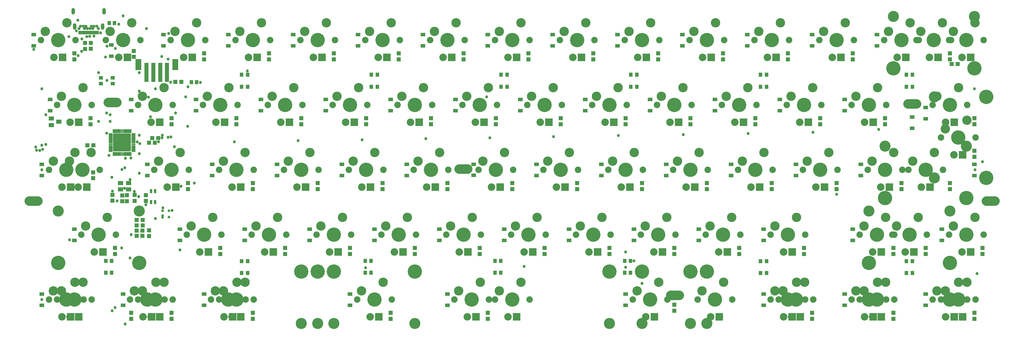
<source format=gbr>
G04 EAGLE Gerber RS-274X export*
G75*
%MOMM*%
%FSLAX34Y34*%
%LPD*%
%INSoldermask Bottom*%
%IPPOS*%
%AMOC8*
5,1,8,0,0,1.08239X$1,22.5*%
G01*
%ADD10C,4.203200*%
%ADD11C,1.903200*%
%ADD12C,2.743200*%
%ADD13C,2.203200*%
%ADD14R,2.203200X2.203200*%
%ADD15C,3.253200*%
%ADD16R,1.423200X1.113200*%
%ADD17R,1.283200X1.253200*%
%ADD18R,1.253200X1.283200*%
%ADD19C,0.686816*%
%ADD20C,0.276759*%
%ADD21R,1.503200X1.253200*%
%ADD22R,0.753200X1.153200*%
%ADD23R,1.103200X1.173400*%
%ADD24R,1.135800X1.173400*%
%ADD25R,1.203200X1.203200*%
%ADD26R,0.803200X1.203200*%
%ADD27R,0.803200X0.803200*%
%ADD28R,1.203200X1.053200*%
%ADD29R,1.053200X1.203200*%
%ADD30R,0.503200X1.103200*%
%ADD31C,0.908000*%
%ADD32C,0.853200*%
%ADD33C,1.053200*%
%ADD34R,1.203200X5.703200*%
%ADD35R,1.803200X3.203200*%
%ADD36R,1.603200X1.203200*%
%ADD37C,2.755900*%
%ADD38C,0.858000*%


D10*
X190500Y952500D03*
D11*
X139700Y952500D03*
X241300Y952500D03*
D12*
X152400Y977900D03*
X215900Y1003300D03*
D13*
X177800Y901700D03*
D14*
X203200Y901700D03*
D10*
X381000Y952500D03*
D11*
X330200Y952500D03*
X431800Y952500D03*
D12*
X342900Y977900D03*
X406400Y1003300D03*
D13*
X368300Y901700D03*
D14*
X393700Y901700D03*
D10*
X571500Y952500D03*
D11*
X520700Y952500D03*
X622300Y952500D03*
D12*
X533400Y977900D03*
X596900Y1003300D03*
D13*
X558800Y901700D03*
D14*
X584200Y901700D03*
D10*
X762000Y952500D03*
D11*
X711200Y952500D03*
X812800Y952500D03*
D12*
X723900Y977900D03*
X787400Y1003300D03*
D13*
X749300Y901700D03*
D14*
X774700Y901700D03*
D10*
X952500Y952500D03*
D11*
X901700Y952500D03*
X1003300Y952500D03*
D12*
X914400Y977900D03*
X977900Y1003300D03*
D13*
X939800Y901700D03*
D14*
X965200Y901700D03*
D10*
X1143000Y952500D03*
D11*
X1092200Y952500D03*
X1193800Y952500D03*
D12*
X1104900Y977900D03*
X1168400Y1003300D03*
D13*
X1130300Y901700D03*
D14*
X1155700Y901700D03*
D10*
X1333500Y952500D03*
D11*
X1282700Y952500D03*
X1384300Y952500D03*
D12*
X1295400Y977900D03*
X1358900Y1003300D03*
D13*
X1320800Y901700D03*
D14*
X1346200Y901700D03*
D10*
X1524000Y952500D03*
D11*
X1473200Y952500D03*
X1574800Y952500D03*
D12*
X1485900Y977900D03*
X1549400Y1003300D03*
D13*
X1511300Y901700D03*
D14*
X1536700Y901700D03*
D10*
X1714500Y952500D03*
D11*
X1663700Y952500D03*
X1765300Y952500D03*
D12*
X1676400Y977900D03*
X1739900Y1003300D03*
D13*
X1701800Y901700D03*
D14*
X1727200Y901700D03*
D10*
X1905000Y952500D03*
D11*
X1854200Y952500D03*
X1955800Y952500D03*
D12*
X1866900Y977900D03*
X1930400Y1003300D03*
D13*
X1892300Y901700D03*
D14*
X1917700Y901700D03*
D10*
X2095500Y952500D03*
D11*
X2044700Y952500D03*
X2146300Y952500D03*
D12*
X2057400Y977900D03*
X2120900Y1003300D03*
D13*
X2082800Y901700D03*
D14*
X2108200Y901700D03*
D10*
X2286000Y952500D03*
D11*
X2235200Y952500D03*
X2336800Y952500D03*
D12*
X2247900Y977900D03*
X2311400Y1003300D03*
D13*
X2273300Y901700D03*
D14*
X2298700Y901700D03*
D10*
X2476500Y952500D03*
D11*
X2425700Y952500D03*
X2527300Y952500D03*
D12*
X2438400Y977900D03*
X2501900Y1003300D03*
D13*
X2463800Y901700D03*
D14*
X2489200Y901700D03*
D10*
X238125Y762000D03*
D11*
X187325Y762000D03*
X288925Y762000D03*
D12*
X200025Y787400D03*
X263525Y812800D03*
D13*
X225425Y711200D03*
D14*
X250825Y711200D03*
D10*
X476250Y762000D03*
D11*
X425450Y762000D03*
X527050Y762000D03*
D12*
X438150Y787400D03*
X501650Y812800D03*
D13*
X463550Y711200D03*
D14*
X488950Y711200D03*
D10*
X666750Y762000D03*
D11*
X615950Y762000D03*
X717550Y762000D03*
D12*
X628650Y787400D03*
X692150Y812800D03*
D13*
X654050Y711200D03*
D14*
X679450Y711200D03*
D10*
X857250Y762000D03*
D11*
X806450Y762000D03*
X908050Y762000D03*
D12*
X819150Y787400D03*
X882650Y812800D03*
D13*
X844550Y711200D03*
D14*
X869950Y711200D03*
D10*
X1047750Y762000D03*
D11*
X996950Y762000D03*
X1098550Y762000D03*
D12*
X1009650Y787400D03*
X1073150Y812800D03*
D13*
X1035050Y711200D03*
D14*
X1060450Y711200D03*
D10*
X1238250Y762000D03*
D11*
X1187450Y762000D03*
X1289050Y762000D03*
D12*
X1200150Y787400D03*
X1263650Y812800D03*
D13*
X1225550Y711200D03*
D14*
X1250950Y711200D03*
D10*
X1428750Y762000D03*
D11*
X1377950Y762000D03*
X1479550Y762000D03*
D12*
X1390650Y787400D03*
X1454150Y812800D03*
D13*
X1416050Y711200D03*
D14*
X1441450Y711200D03*
D10*
X1619250Y762000D03*
D11*
X1568450Y762000D03*
X1670050Y762000D03*
D12*
X1581150Y787400D03*
X1644650Y812800D03*
D13*
X1606550Y711200D03*
D14*
X1631950Y711200D03*
D10*
X1809750Y762000D03*
D11*
X1758950Y762000D03*
X1860550Y762000D03*
D12*
X1771650Y787400D03*
X1835150Y812800D03*
D13*
X1797050Y711200D03*
D14*
X1822450Y711200D03*
D10*
X2000250Y762000D03*
D11*
X1949450Y762000D03*
X2051050Y762000D03*
D12*
X1962150Y787400D03*
X2025650Y812800D03*
D13*
X1987550Y711200D03*
D14*
X2012950Y711200D03*
D10*
X2190750Y762000D03*
D11*
X2139950Y762000D03*
X2241550Y762000D03*
D12*
X2152650Y787400D03*
X2216150Y812800D03*
D13*
X2178050Y711200D03*
D14*
X2203450Y711200D03*
D10*
X2381250Y762000D03*
D11*
X2330450Y762000D03*
X2432050Y762000D03*
D12*
X2343150Y787400D03*
X2406650Y812800D03*
D13*
X2368550Y711200D03*
D14*
X2393950Y711200D03*
D10*
X2571750Y762000D03*
D11*
X2520950Y762000D03*
X2622550Y762000D03*
D12*
X2533650Y787400D03*
X2597150Y812800D03*
D13*
X2559050Y711200D03*
D14*
X2584450Y711200D03*
D10*
X2809875Y762000D03*
D11*
X2759075Y762000D03*
X2860675Y762000D03*
D12*
X2771775Y787400D03*
X2835275Y812800D03*
D13*
X2797175Y711200D03*
D14*
X2822575Y711200D03*
D10*
X261938Y571500D03*
D11*
X211138Y571500D03*
X312738Y571500D03*
D12*
X223838Y596900D03*
X287338Y622300D03*
D13*
X249238Y520700D03*
D14*
X274638Y520700D03*
D10*
X523875Y571500D03*
D11*
X473075Y571500D03*
X574675Y571500D03*
D12*
X485775Y596900D03*
X549275Y622300D03*
D13*
X511175Y520700D03*
D14*
X536575Y520700D03*
D10*
X714375Y571500D03*
D11*
X663575Y571500D03*
X765175Y571500D03*
D12*
X676275Y596900D03*
X739775Y622300D03*
D13*
X701675Y520700D03*
D14*
X727075Y520700D03*
D10*
X904875Y571500D03*
D11*
X854075Y571500D03*
X955675Y571500D03*
D12*
X866775Y596900D03*
X930275Y622300D03*
D13*
X892175Y520700D03*
D14*
X917575Y520700D03*
D10*
X1095375Y571500D03*
D11*
X1044575Y571500D03*
X1146175Y571500D03*
D12*
X1057275Y596900D03*
X1120775Y622300D03*
D13*
X1082675Y520700D03*
D14*
X1108075Y520700D03*
D10*
X1285875Y571500D03*
D11*
X1235075Y571500D03*
X1336675Y571500D03*
D12*
X1247775Y596900D03*
X1311275Y622300D03*
D13*
X1273175Y520700D03*
D14*
X1298575Y520700D03*
D10*
X1476375Y571500D03*
D11*
X1425575Y571500D03*
X1527175Y571500D03*
D12*
X1438275Y596900D03*
X1501775Y622300D03*
D13*
X1463675Y520700D03*
D14*
X1489075Y520700D03*
D10*
X1666875Y571500D03*
D11*
X1616075Y571500D03*
X1717675Y571500D03*
D12*
X1628775Y596900D03*
X1692275Y622300D03*
D13*
X1654175Y520700D03*
D14*
X1679575Y520700D03*
D10*
X1857375Y571500D03*
D11*
X1806575Y571500D03*
X1908175Y571500D03*
D12*
X1819275Y596900D03*
X1882775Y622300D03*
D13*
X1844675Y520700D03*
D14*
X1870075Y520700D03*
D10*
X2047875Y571500D03*
D11*
X1997075Y571500D03*
X2098675Y571500D03*
D12*
X2009775Y596900D03*
X2073275Y622300D03*
D13*
X2035175Y520700D03*
D14*
X2060575Y520700D03*
D10*
X2238375Y571500D03*
D11*
X2187575Y571500D03*
X2289175Y571500D03*
D12*
X2200275Y596900D03*
X2263775Y622300D03*
D13*
X2225675Y520700D03*
D14*
X2251075Y520700D03*
D10*
X2428875Y571500D03*
D11*
X2378075Y571500D03*
X2479675Y571500D03*
D12*
X2390775Y596900D03*
X2454275Y622300D03*
D13*
X2416175Y520700D03*
D14*
X2441575Y520700D03*
D10*
X619125Y381000D03*
D11*
X568325Y381000D03*
X669925Y381000D03*
D12*
X581025Y406400D03*
X644525Y431800D03*
D13*
X606425Y330200D03*
D14*
X631825Y330200D03*
D10*
X809625Y381000D03*
D11*
X758825Y381000D03*
X860425Y381000D03*
D12*
X771525Y406400D03*
X835025Y431800D03*
D13*
X796925Y330200D03*
D14*
X822325Y330200D03*
D10*
X1000125Y381000D03*
D11*
X949325Y381000D03*
X1050925Y381000D03*
D12*
X962025Y406400D03*
X1025525Y431800D03*
D13*
X987425Y330200D03*
D14*
X1012825Y330200D03*
D10*
X1190625Y381000D03*
D11*
X1139825Y381000D03*
X1241425Y381000D03*
D12*
X1152525Y406400D03*
X1216025Y431800D03*
D13*
X1177925Y330200D03*
D14*
X1203325Y330200D03*
D10*
X1381125Y381000D03*
D11*
X1330325Y381000D03*
X1431925Y381000D03*
D12*
X1343025Y406400D03*
X1406525Y431800D03*
D13*
X1368425Y330200D03*
D14*
X1393825Y330200D03*
D10*
X1571625Y381000D03*
D11*
X1520825Y381000D03*
X1622425Y381000D03*
D12*
X1533525Y406400D03*
X1597025Y431800D03*
D13*
X1558925Y330200D03*
D14*
X1584325Y330200D03*
D10*
X1762125Y381000D03*
D11*
X1711325Y381000D03*
X1812925Y381000D03*
D12*
X1724025Y406400D03*
X1787525Y431800D03*
D13*
X1749425Y330200D03*
D14*
X1774825Y330200D03*
D10*
X1952625Y381000D03*
D11*
X1901825Y381000D03*
X2003425Y381000D03*
D12*
X1914525Y406400D03*
X1978025Y431800D03*
D13*
X1939925Y330200D03*
D14*
X1965325Y330200D03*
D10*
X2143125Y381000D03*
D11*
X2092325Y381000D03*
X2193925Y381000D03*
D12*
X2105025Y406400D03*
X2168525Y431800D03*
D13*
X2130425Y330200D03*
D14*
X2155825Y330200D03*
D10*
X2333625Y381000D03*
D11*
X2282825Y381000D03*
X2384425Y381000D03*
D12*
X2295525Y406400D03*
X2359025Y431800D03*
D13*
X2320925Y330200D03*
D14*
X2346325Y330200D03*
D10*
X2595563Y381000D03*
D11*
X2544763Y381000D03*
X2646363Y381000D03*
D12*
X2557463Y406400D03*
X2620963Y431800D03*
D13*
X2582863Y330200D03*
D14*
X2608263Y330200D03*
D10*
X214313Y190500D03*
D11*
X163513Y190500D03*
X265113Y190500D03*
D12*
X176213Y215900D03*
X239713Y241300D03*
D13*
X201613Y139700D03*
D14*
X227013Y139700D03*
D10*
X452438Y190500D03*
D11*
X401638Y190500D03*
X503238Y190500D03*
D12*
X414338Y215900D03*
X477838Y241300D03*
D13*
X439738Y139700D03*
D14*
X465138Y139700D03*
D10*
X714375Y190500D03*
D11*
X663575Y190500D03*
X765175Y190500D03*
D12*
X676275Y215900D03*
X739775Y241300D03*
D13*
X701675Y139700D03*
D14*
X727075Y139700D03*
D10*
X2119313Y190500D03*
D11*
X2068513Y190500D03*
X2170113Y190500D03*
D12*
X2081213Y215900D03*
X2144713Y241300D03*
D13*
X2106613Y139700D03*
D14*
X2132013Y139700D03*
D10*
X2333625Y190500D03*
D11*
X2282825Y190500D03*
X2384425Y190500D03*
D12*
X2295525Y215900D03*
X2359025Y241300D03*
D13*
X2320925Y139700D03*
D14*
X2346325Y139700D03*
D10*
X2595563Y190500D03*
D11*
X2544763Y190500D03*
X2646363Y190500D03*
D12*
X2557463Y215900D03*
X2620963Y241300D03*
D13*
X2582863Y139700D03*
D14*
X2608263Y139700D03*
D10*
X2833688Y190500D03*
D11*
X2782888Y190500D03*
X2884488Y190500D03*
D12*
X2795588Y215900D03*
X2859088Y241300D03*
D13*
X2820988Y139700D03*
D14*
X2846388Y139700D03*
D10*
X214313Y571500D03*
D11*
X163513Y571500D03*
X265113Y571500D03*
D12*
X176213Y596900D03*
X239713Y622300D03*
D13*
X201613Y520700D03*
D14*
X227013Y520700D03*
D10*
X2619375Y571500D03*
D11*
X2568575Y571500D03*
X2670175Y571500D03*
D12*
X2581275Y596900D03*
X2644775Y622300D03*
D13*
X2606675Y520700D03*
D14*
X2632075Y520700D03*
D10*
X2857500Y952500D03*
D11*
X2806700Y952500D03*
X2908300Y952500D03*
D12*
X2819400Y977900D03*
X2882900Y1003300D03*
D13*
X2844800Y901700D03*
D14*
X2870200Y901700D03*
D10*
X238125Y190500D03*
D11*
X187325Y190500D03*
X288925Y190500D03*
D12*
X200025Y215900D03*
X263525Y241300D03*
D13*
X225425Y139700D03*
D14*
X250825Y139700D03*
D10*
X476250Y190500D03*
D11*
X425450Y190500D03*
X527050Y190500D03*
D12*
X438150Y215900D03*
X501650Y241300D03*
D13*
X463550Y139700D03*
D14*
X488950Y139700D03*
D10*
X690563Y190500D03*
D11*
X639763Y190500D03*
X741363Y190500D03*
D12*
X652463Y215900D03*
X715963Y241300D03*
D13*
X677863Y139700D03*
D14*
X703263Y139700D03*
D10*
X2357438Y190500D03*
D11*
X2306638Y190500D03*
X2408238Y190500D03*
D12*
X2319338Y215900D03*
X2382838Y241300D03*
D13*
X2344738Y139700D03*
D14*
X2370138Y139700D03*
D10*
X2571750Y190500D03*
D11*
X2520950Y190500D03*
X2622550Y190500D03*
D12*
X2533650Y215900D03*
X2597150Y241300D03*
D13*
X2559050Y139700D03*
D14*
X2584450Y139700D03*
D10*
X2809875Y190500D03*
D11*
X2759075Y190500D03*
X2860675Y190500D03*
D12*
X2771775Y215900D03*
X2835275Y241300D03*
D13*
X2797175Y139700D03*
D14*
X2822575Y139700D03*
D10*
X2857500Y381000D03*
D11*
X2806700Y381000D03*
X2908300Y381000D03*
D12*
X2819400Y406400D03*
X2882900Y431800D03*
D13*
X2844800Y330200D03*
D14*
X2870200Y330200D03*
D10*
X309563Y381000D03*
D11*
X258763Y381000D03*
X360363Y381000D03*
D15*
X190563Y451000D03*
X428563Y451000D03*
D10*
X190563Y298600D03*
X428563Y298600D03*
D12*
X271463Y406400D03*
X334963Y431800D03*
D13*
X296863Y330200D03*
D14*
X322263Y330200D03*
D10*
X2690813Y381000D03*
D11*
X2640013Y381000D03*
X2741613Y381000D03*
D15*
X2571813Y451000D03*
X2809813Y451000D03*
D10*
X2571813Y298600D03*
X2809813Y298600D03*
D12*
X2652713Y406400D03*
X2716213Y431800D03*
D13*
X2678113Y330200D03*
D14*
X2703513Y330200D03*
D10*
X2762250Y952500D03*
D11*
X2711450Y952500D03*
X2813050Y952500D03*
D15*
X2643250Y1022500D03*
X2881250Y1022500D03*
D10*
X2643250Y870100D03*
X2881250Y870100D03*
D12*
X2724150Y977900D03*
X2787650Y1003300D03*
D13*
X2749550Y901700D03*
D14*
X2774950Y901700D03*
D10*
X2833688Y666750D03*
D11*
X2782888Y666750D03*
X2884488Y666750D03*
D15*
X2763688Y547750D03*
X2763688Y785750D03*
D10*
X2916088Y547750D03*
X2916088Y785750D03*
D12*
X2795588Y692150D03*
X2859088Y717550D03*
D13*
X2820988Y615950D03*
D14*
X2846388Y615950D03*
D10*
X1119188Y190500D03*
D11*
X1068388Y190500D03*
X1169988Y190500D03*
D15*
X1000188Y120500D03*
X1238188Y120500D03*
D10*
X1000188Y272900D03*
X1238188Y272900D03*
D12*
X1081088Y215900D03*
X1144588Y241300D03*
D13*
X1106488Y139700D03*
D14*
X1131888Y139700D03*
D10*
X1928813Y190500D03*
D11*
X1878013Y190500D03*
X1979613Y190500D03*
D15*
X1809813Y120500D03*
X2047813Y120500D03*
D10*
X1809813Y272900D03*
X2047813Y272900D03*
D12*
X1890713Y215900D03*
X1954213Y241300D03*
D13*
X1916113Y139700D03*
D14*
X1941513Y139700D03*
D10*
X1524000Y190500D03*
D11*
X1473200Y190500D03*
X1574800Y190500D03*
D15*
X952500Y120500D03*
X2095500Y120500D03*
D10*
X952500Y272900D03*
X2095500Y272900D03*
D12*
X1485900Y215900D03*
X1549400Y241300D03*
D13*
X1511300Y139700D03*
D14*
X1536700Y139700D03*
D10*
X2667000Y952500D03*
D11*
X2616200Y952500D03*
X2717800Y952500D03*
D12*
X2628900Y977900D03*
X2692400Y1003300D03*
D13*
X2654300Y901700D03*
D14*
X2679700Y901700D03*
D10*
X2738438Y571500D03*
D11*
X2687638Y571500D03*
X2789238Y571500D03*
D15*
X2619438Y641500D03*
X2857438Y641500D03*
D10*
X2619438Y489100D03*
X2857438Y489100D03*
D12*
X2700338Y596900D03*
X2763838Y622300D03*
D13*
X2725738Y520700D03*
D14*
X2751138Y520700D03*
D10*
X1404938Y190500D03*
D11*
X1354138Y190500D03*
X1455738Y190500D03*
D15*
X904938Y120500D03*
X1904938Y120500D03*
D10*
X904938Y272900D03*
X1904938Y272900D03*
D12*
X1366838Y215900D03*
X1430338Y241300D03*
D13*
X1392238Y139700D03*
D14*
X1417638Y139700D03*
D16*
X119063Y936150D03*
X119063Y968850D03*
X346147Y905570D03*
X346147Y938270D03*
X500063Y936150D03*
X500063Y968850D03*
X690563Y936150D03*
X690563Y968850D03*
X881063Y936150D03*
X881063Y968850D03*
X1071563Y936150D03*
X1071563Y968850D03*
X1262063Y936150D03*
X1262063Y968850D03*
X1452563Y936150D03*
X1452563Y968850D03*
X1643063Y936150D03*
X1643063Y968850D03*
X1833563Y936150D03*
X1833563Y968850D03*
X2024063Y936150D03*
X2024063Y968850D03*
X2214563Y936150D03*
X2214563Y968850D03*
X2405063Y936150D03*
X2405063Y968850D03*
X2595563Y936150D03*
X2595563Y968850D03*
X166688Y745650D03*
X166688Y778350D03*
X404813Y745650D03*
X404813Y778350D03*
X595313Y745650D03*
X595313Y778350D03*
X785813Y745650D03*
X785813Y778350D03*
X976313Y745650D03*
X976313Y778350D03*
X1166813Y745650D03*
X1166813Y778350D03*
X1357313Y745650D03*
X1357313Y778350D03*
X1547813Y745650D03*
X1547813Y778350D03*
X1738313Y745650D03*
X1738313Y778350D03*
X1928813Y745650D03*
X1928813Y778350D03*
X2119313Y745650D03*
X2119313Y778350D03*
X2309813Y745650D03*
X2309813Y778350D03*
X2500313Y745650D03*
X2500313Y778350D03*
X2738438Y721838D03*
X2738438Y754538D03*
X2698665Y726439D03*
X2698665Y693739D03*
X452438Y555150D03*
X452438Y587850D03*
X642938Y555150D03*
X642938Y587850D03*
X833438Y555150D03*
X833438Y587850D03*
X1023938Y555150D03*
X1023938Y587850D03*
X1214438Y555150D03*
X1214438Y587850D03*
X1411061Y555283D03*
X1411061Y587983D03*
X1595438Y555150D03*
X1595438Y587850D03*
X1785938Y555150D03*
X1785938Y587850D03*
X1976438Y555150D03*
X1976438Y587850D03*
X2166938Y555150D03*
X2166938Y587850D03*
X2357438Y555150D03*
X2357438Y587850D03*
X2547938Y555150D03*
X2547938Y587850D03*
X2881313Y555150D03*
X2881313Y587850D03*
X2786063Y364650D03*
X2786063Y397350D03*
X2524125Y364650D03*
X2524125Y397350D03*
X2262188Y364650D03*
X2262188Y397350D03*
X2071688Y364650D03*
X2071688Y397350D03*
X1881188Y364650D03*
X1881188Y397350D03*
X1690688Y364650D03*
X1690688Y397350D03*
X1500188Y364650D03*
X1500188Y397350D03*
X1309688Y364650D03*
X1309688Y397350D03*
X1119188Y364650D03*
X1119188Y397350D03*
X928688Y364650D03*
X928688Y397350D03*
X738188Y364650D03*
X738188Y397350D03*
X547688Y364650D03*
X547688Y397350D03*
X238125Y364650D03*
X238125Y397350D03*
X142875Y174150D03*
X142875Y206850D03*
X381000Y174150D03*
X381000Y206850D03*
X619125Y174150D03*
X619125Y206850D03*
X1047750Y174150D03*
X1047750Y206850D03*
X1857375Y174150D03*
X1857375Y206850D03*
X2262188Y174150D03*
X2262188Y206850D03*
X2500313Y174150D03*
X2500313Y206850D03*
X2738438Y174150D03*
X2738438Y206850D03*
X1333500Y174150D03*
X1333500Y206850D03*
D17*
X238125Y913625D03*
X238125Y896125D03*
X412280Y920757D03*
X412280Y903257D03*
X619125Y913625D03*
X619125Y896125D03*
X809625Y913625D03*
X809625Y896125D03*
X1000125Y913625D03*
X1000125Y896125D03*
X1190625Y913625D03*
X1190625Y896125D03*
X1381125Y913625D03*
X1381125Y896125D03*
X1571625Y913625D03*
X1571625Y896125D03*
X1762125Y913625D03*
X1762125Y896125D03*
X1952625Y913625D03*
X1952625Y896125D03*
X2143125Y913625D03*
X2143125Y896125D03*
X2333625Y913625D03*
X2333625Y896125D03*
X2524125Y913625D03*
X2524125Y896125D03*
X2809875Y913625D03*
X2809875Y896125D03*
X285750Y723125D03*
X285750Y705625D03*
X523875Y723125D03*
X523875Y705625D03*
X714375Y723125D03*
X714375Y705625D03*
X904875Y723125D03*
X904875Y705625D03*
X1095375Y723125D03*
X1095375Y705625D03*
X1285875Y723125D03*
X1285875Y705625D03*
X1476375Y723125D03*
X1476375Y705625D03*
X1666875Y723125D03*
X1666875Y705625D03*
X1857375Y723125D03*
X1857375Y705625D03*
X2047875Y723125D03*
X2047875Y705625D03*
X2238375Y723125D03*
X2238375Y705625D03*
X2428875Y723125D03*
X2428875Y705625D03*
X2619375Y723125D03*
X2619375Y705625D03*
X2881313Y723125D03*
X2881313Y705625D03*
X571500Y532625D03*
X571500Y515125D03*
X762000Y532625D03*
X762000Y515125D03*
X952500Y532625D03*
X952500Y515125D03*
X1143000Y532625D03*
X1143000Y515125D03*
X1333500Y532625D03*
X1333500Y515125D03*
X1524000Y532625D03*
X1524000Y515125D03*
X1714500Y532625D03*
X1714500Y515125D03*
X1905000Y532625D03*
X1905000Y515125D03*
X2095500Y532625D03*
X2095500Y515125D03*
X2286000Y532625D03*
X2286000Y515125D03*
X2476500Y532625D03*
X2476500Y515125D03*
X2809875Y532625D03*
X2809875Y515125D03*
X2667000Y532625D03*
X2667000Y515125D03*
X357188Y342125D03*
X357188Y324625D03*
X666750Y342125D03*
X666750Y324625D03*
X857250Y342125D03*
X857250Y324625D03*
X1047750Y342125D03*
X1047750Y324625D03*
X1238250Y342125D03*
X1238250Y324625D03*
X1428750Y342125D03*
X1428750Y324625D03*
X1619250Y342125D03*
X1619250Y324625D03*
X1809750Y342125D03*
X1809750Y324625D03*
X2000250Y342125D03*
X2000250Y324625D03*
X2190750Y342125D03*
X2190750Y324625D03*
X2381250Y342125D03*
X2381250Y324625D03*
X2643188Y342125D03*
X2643188Y324625D03*
X2738438Y342125D03*
X2738438Y324625D03*
X2905125Y342125D03*
X2905125Y324625D03*
X404813Y151625D03*
X404813Y134125D03*
X523875Y151625D03*
X523875Y134125D03*
X762000Y151625D03*
X762000Y134125D03*
X1166813Y151625D03*
X1166813Y134125D03*
X1452563Y151625D03*
X1452563Y134125D03*
X2000250Y175438D03*
X2000250Y157938D03*
X2405063Y151625D03*
X2405063Y134125D03*
X2643188Y151625D03*
X2643188Y134125D03*
X2881313Y151625D03*
X2881313Y134125D03*
X2881860Y627464D03*
X2881860Y609964D03*
D18*
X2814467Y882170D03*
X2831967Y882170D03*
D19*
X400876Y675070D02*
X354912Y675070D01*
X400876Y675070D02*
X400876Y629106D01*
X354912Y629106D01*
X354912Y675070D01*
X354912Y635631D02*
X400876Y635631D01*
X400876Y642156D02*
X354912Y642156D01*
X354912Y648681D02*
X400876Y648681D01*
X400876Y655206D02*
X354912Y655206D01*
X354912Y661731D02*
X400876Y661731D01*
X400876Y668256D02*
X354912Y668256D01*
X354912Y674781D02*
X400876Y674781D01*
D20*
X406762Y675956D02*
X416026Y675956D01*
X406762Y675956D02*
X406762Y678220D01*
X416026Y678220D01*
X416026Y675956D01*
X416026Y670956D02*
X406762Y670956D01*
X406762Y673220D01*
X416026Y673220D01*
X416026Y670956D01*
X416026Y665956D02*
X406762Y665956D01*
X406762Y668220D01*
X416026Y668220D01*
X416026Y665956D01*
X416026Y660956D02*
X406762Y660956D01*
X406762Y663220D01*
X416026Y663220D01*
X416026Y660956D01*
X416026Y655956D02*
X406762Y655956D01*
X406762Y658220D01*
X416026Y658220D01*
X416026Y655956D01*
X416026Y650956D02*
X406762Y650956D01*
X406762Y653220D01*
X416026Y653220D01*
X416026Y650956D01*
X416026Y645956D02*
X406762Y645956D01*
X406762Y648220D01*
X416026Y648220D01*
X416026Y645956D01*
X416026Y640956D02*
X406762Y640956D01*
X406762Y643220D01*
X416026Y643220D01*
X416026Y640956D01*
X416026Y635956D02*
X406762Y635956D01*
X406762Y638220D01*
X416026Y638220D01*
X416026Y635956D01*
X416026Y630956D02*
X406762Y630956D01*
X406762Y633220D01*
X416026Y633220D01*
X416026Y630956D01*
X416026Y625956D02*
X406762Y625956D01*
X406762Y628220D01*
X416026Y628220D01*
X416026Y625956D01*
X401762Y623220D02*
X401762Y613956D01*
X401762Y623220D02*
X404026Y623220D01*
X404026Y613956D01*
X401762Y613956D01*
X401762Y616586D02*
X404026Y616586D01*
X404026Y619216D02*
X401762Y619216D01*
X401762Y621846D02*
X404026Y621846D01*
X396762Y623220D02*
X396762Y613956D01*
X396762Y623220D02*
X399026Y623220D01*
X399026Y613956D01*
X396762Y613956D01*
X396762Y616586D02*
X399026Y616586D01*
X399026Y619216D02*
X396762Y619216D01*
X396762Y621846D02*
X399026Y621846D01*
X391762Y623220D02*
X391762Y613956D01*
X391762Y623220D02*
X394026Y623220D01*
X394026Y613956D01*
X391762Y613956D01*
X391762Y616586D02*
X394026Y616586D01*
X394026Y619216D02*
X391762Y619216D01*
X391762Y621846D02*
X394026Y621846D01*
X386762Y623220D02*
X386762Y613956D01*
X386762Y623220D02*
X389026Y623220D01*
X389026Y613956D01*
X386762Y613956D01*
X386762Y616586D02*
X389026Y616586D01*
X389026Y619216D02*
X386762Y619216D01*
X386762Y621846D02*
X389026Y621846D01*
X381762Y623220D02*
X381762Y613956D01*
X381762Y623220D02*
X384026Y623220D01*
X384026Y613956D01*
X381762Y613956D01*
X381762Y616586D02*
X384026Y616586D01*
X384026Y619216D02*
X381762Y619216D01*
X381762Y621846D02*
X384026Y621846D01*
X376762Y623220D02*
X376762Y613956D01*
X376762Y623220D02*
X379026Y623220D01*
X379026Y613956D01*
X376762Y613956D01*
X376762Y616586D02*
X379026Y616586D01*
X379026Y619216D02*
X376762Y619216D01*
X376762Y621846D02*
X379026Y621846D01*
X371762Y623220D02*
X371762Y613956D01*
X371762Y623220D02*
X374026Y623220D01*
X374026Y613956D01*
X371762Y613956D01*
X371762Y616586D02*
X374026Y616586D01*
X374026Y619216D02*
X371762Y619216D01*
X371762Y621846D02*
X374026Y621846D01*
X366762Y623220D02*
X366762Y613956D01*
X366762Y623220D02*
X369026Y623220D01*
X369026Y613956D01*
X366762Y613956D01*
X366762Y616586D02*
X369026Y616586D01*
X369026Y619216D02*
X366762Y619216D01*
X366762Y621846D02*
X369026Y621846D01*
X361762Y623220D02*
X361762Y613956D01*
X361762Y623220D02*
X364026Y623220D01*
X364026Y613956D01*
X361762Y613956D01*
X361762Y616586D02*
X364026Y616586D01*
X364026Y619216D02*
X361762Y619216D01*
X361762Y621846D02*
X364026Y621846D01*
X356762Y623220D02*
X356762Y613956D01*
X356762Y623220D02*
X359026Y623220D01*
X359026Y613956D01*
X356762Y613956D01*
X356762Y616586D02*
X359026Y616586D01*
X359026Y619216D02*
X356762Y619216D01*
X356762Y621846D02*
X359026Y621846D01*
X351762Y623220D02*
X351762Y613956D01*
X351762Y623220D02*
X354026Y623220D01*
X354026Y613956D01*
X351762Y613956D01*
X351762Y616586D02*
X354026Y616586D01*
X354026Y619216D02*
X351762Y619216D01*
X351762Y621846D02*
X354026Y621846D01*
X349026Y628220D02*
X339762Y628220D01*
X349026Y628220D02*
X349026Y625956D01*
X339762Y625956D01*
X339762Y628220D01*
X339762Y633220D02*
X349026Y633220D01*
X349026Y630956D01*
X339762Y630956D01*
X339762Y633220D01*
X339762Y638220D02*
X349026Y638220D01*
X349026Y635956D01*
X339762Y635956D01*
X339762Y638220D01*
X339762Y643220D02*
X349026Y643220D01*
X349026Y640956D01*
X339762Y640956D01*
X339762Y643220D01*
X339762Y648220D02*
X349026Y648220D01*
X349026Y645956D01*
X339762Y645956D01*
X339762Y648220D01*
X339762Y653220D02*
X349026Y653220D01*
X349026Y650956D01*
X339762Y650956D01*
X339762Y653220D01*
X339762Y658220D02*
X349026Y658220D01*
X349026Y655956D01*
X339762Y655956D01*
X339762Y658220D01*
X339762Y663220D02*
X349026Y663220D01*
X349026Y660956D01*
X339762Y660956D01*
X339762Y663220D01*
X339762Y668220D02*
X349026Y668220D01*
X349026Y665956D01*
X339762Y665956D01*
X339762Y668220D01*
X339762Y673220D02*
X349026Y673220D01*
X349026Y670956D01*
X339762Y670956D01*
X339762Y673220D01*
X339762Y678220D02*
X349026Y678220D01*
X349026Y675956D01*
X339762Y675956D01*
X339762Y678220D01*
X354026Y680956D02*
X354026Y690220D01*
X354026Y680956D02*
X351762Y680956D01*
X351762Y690220D01*
X354026Y690220D01*
X354026Y683586D02*
X351762Y683586D01*
X351762Y686216D02*
X354026Y686216D01*
X354026Y688846D02*
X351762Y688846D01*
X359026Y690220D02*
X359026Y680956D01*
X356762Y680956D01*
X356762Y690220D01*
X359026Y690220D01*
X359026Y683586D02*
X356762Y683586D01*
X356762Y686216D02*
X359026Y686216D01*
X359026Y688846D02*
X356762Y688846D01*
X364026Y690220D02*
X364026Y680956D01*
X361762Y680956D01*
X361762Y690220D01*
X364026Y690220D01*
X364026Y683586D02*
X361762Y683586D01*
X361762Y686216D02*
X364026Y686216D01*
X364026Y688846D02*
X361762Y688846D01*
X369026Y690220D02*
X369026Y680956D01*
X366762Y680956D01*
X366762Y690220D01*
X369026Y690220D01*
X369026Y683586D02*
X366762Y683586D01*
X366762Y686216D02*
X369026Y686216D01*
X369026Y688846D02*
X366762Y688846D01*
X374026Y690220D02*
X374026Y680956D01*
X371762Y680956D01*
X371762Y690220D01*
X374026Y690220D01*
X374026Y683586D02*
X371762Y683586D01*
X371762Y686216D02*
X374026Y686216D01*
X374026Y688846D02*
X371762Y688846D01*
X379026Y690220D02*
X379026Y680956D01*
X376762Y680956D01*
X376762Y690220D01*
X379026Y690220D01*
X379026Y683586D02*
X376762Y683586D01*
X376762Y686216D02*
X379026Y686216D01*
X379026Y688846D02*
X376762Y688846D01*
X384026Y690220D02*
X384026Y680956D01*
X381762Y680956D01*
X381762Y690220D01*
X384026Y690220D01*
X384026Y683586D02*
X381762Y683586D01*
X381762Y686216D02*
X384026Y686216D01*
X384026Y688846D02*
X381762Y688846D01*
X389026Y690220D02*
X389026Y680956D01*
X386762Y680956D01*
X386762Y690220D01*
X389026Y690220D01*
X389026Y683586D02*
X386762Y683586D01*
X386762Y686216D02*
X389026Y686216D01*
X389026Y688846D02*
X386762Y688846D01*
X394026Y690220D02*
X394026Y680956D01*
X391762Y680956D01*
X391762Y690220D01*
X394026Y690220D01*
X394026Y683586D02*
X391762Y683586D01*
X391762Y686216D02*
X394026Y686216D01*
X394026Y688846D02*
X391762Y688846D01*
X399026Y690220D02*
X399026Y680956D01*
X396762Y680956D01*
X396762Y690220D01*
X399026Y690220D01*
X399026Y683586D02*
X396762Y683586D01*
X396762Y686216D02*
X399026Y686216D01*
X399026Y688846D02*
X396762Y688846D01*
X404026Y690220D02*
X404026Y680956D01*
X401762Y680956D01*
X401762Y690220D01*
X404026Y690220D01*
X404026Y683586D02*
X401762Y683586D01*
X401762Y686216D02*
X404026Y686216D01*
X404026Y688846D02*
X401762Y688846D01*
D17*
X457590Y376769D03*
X457590Y394269D03*
D18*
X420828Y377845D03*
X438328Y377845D03*
X420784Y392990D03*
X438284Y392990D03*
X421251Y408685D03*
X438751Y408685D03*
X421007Y424580D03*
X438507Y424580D03*
D17*
X415544Y497850D03*
X415544Y480350D03*
D18*
X484327Y665214D03*
X466827Y665214D03*
X474822Y651472D03*
X457322Y651472D03*
D21*
X374040Y532509D03*
X374040Y514009D03*
X397040Y514009D03*
X397040Y532509D03*
D17*
X378901Y496787D03*
X378901Y479287D03*
X392610Y496856D03*
X392610Y479356D03*
D22*
X475263Y476938D03*
X463263Y476938D03*
X463263Y508938D03*
X475263Y508938D03*
D17*
X448271Y480080D03*
X448271Y497580D03*
X350104Y480870D03*
X350104Y498370D03*
D23*
X581968Y828709D03*
D24*
X597507Y828709D03*
D25*
X552142Y829629D03*
X534142Y829629D03*
D26*
X496972Y434495D03*
D27*
X496972Y451495D03*
X515972Y432495D03*
X515972Y451495D03*
D16*
X142875Y555150D03*
X142875Y587850D03*
D28*
X315875Y824688D03*
X350875Y824688D03*
X315875Y842188D03*
X350875Y842188D03*
D29*
X729438Y850938D03*
X729438Y815938D03*
X746938Y850938D03*
X746938Y815938D03*
X1110438Y850938D03*
X1110438Y815938D03*
X1127938Y850938D03*
X1127938Y815938D03*
X1491438Y850938D03*
X1491438Y815938D03*
X1508938Y850938D03*
X1508938Y815938D03*
X1872438Y850938D03*
X1872438Y815938D03*
X1889938Y850938D03*
X1889938Y815938D03*
X2253438Y850938D03*
X2253438Y815938D03*
X2270938Y850938D03*
X2270938Y815938D03*
X2682063Y850938D03*
X2682063Y815938D03*
X2699563Y850938D03*
X2699563Y815938D03*
X2699563Y268250D03*
X2699563Y303250D03*
X2682063Y268250D03*
X2682063Y303250D03*
X2270938Y268250D03*
X2270938Y303250D03*
X2253438Y268250D03*
X2253438Y303250D03*
X1871696Y269145D03*
X1871696Y304145D03*
X1854196Y269145D03*
X1854196Y304145D03*
X1490696Y269145D03*
X1490696Y304145D03*
X1473196Y269145D03*
X1473196Y304145D03*
X1109696Y269145D03*
X1109696Y304145D03*
X1092196Y269145D03*
X1092196Y304145D03*
X746938Y268250D03*
X746938Y303250D03*
X729438Y268250D03*
X729438Y303250D03*
X347696Y269145D03*
X347696Y304145D03*
X330196Y269145D03*
X330196Y304145D03*
D30*
X252583Y974410D03*
X257583Y974410D03*
X262583Y974410D03*
X267583Y974410D03*
X272583Y974410D03*
X277583Y974410D03*
X282583Y974410D03*
X287583Y974410D03*
X292583Y974410D03*
X297583Y974410D03*
X302583Y974410D03*
X307583Y974410D03*
D31*
X308083Y986510D03*
X304083Y993510D03*
X296083Y993510D03*
X292083Y986510D03*
X288083Y993510D03*
X284083Y986510D03*
X276083Y986510D03*
X272083Y993510D03*
X268083Y986510D03*
X264083Y993510D03*
X256083Y993510D03*
X252083Y986510D03*
D32*
X244083Y980010D03*
D33*
X235183Y1033060D02*
X235183Y1041560D01*
X238783Y996760D02*
X238783Y988260D01*
X321383Y988260D02*
X321383Y996760D01*
X324983Y1033060D02*
X324983Y1041560D01*
D23*
X340325Y1002957D03*
D24*
X355864Y1002957D03*
D17*
X269551Y944402D03*
X269551Y926902D03*
X286730Y927049D03*
X286730Y944549D03*
D34*
X510162Y857853D03*
X490162Y857853D03*
X470162Y857853D03*
X450162Y857853D03*
D35*
X534162Y880353D03*
X426162Y880353D03*
D17*
X293451Y564361D03*
X293451Y546861D03*
D18*
X293876Y643920D03*
X276376Y643920D03*
D36*
X192828Y712745D03*
X170828Y722245D03*
X170828Y703245D03*
D37*
X130672Y480263D02*
X105145Y480263D01*
X337287Y769940D02*
X362814Y769940D01*
X1367684Y574399D02*
X1393211Y574399D01*
X2686203Y765556D02*
X2711730Y765556D01*
X2916204Y480245D02*
X2941731Y480245D01*
X2014662Y203598D02*
X1989135Y203598D01*
D38*
X333375Y738188D03*
X334197Y834253D03*
X258940Y920054D03*
X329746Y902937D03*
X315569Y973494D03*
X222410Y962592D03*
X363286Y480207D03*
X428339Y803053D03*
X428625Y857250D03*
X401760Y312615D03*
X404813Y381000D03*
X388037Y605954D03*
X368635Y999528D03*
X1448590Y785813D03*
X1905000Y238125D03*
X1881188Y304145D03*
X259835Y956102D03*
X295551Y964604D03*
X515394Y971832D03*
X513614Y897126D03*
X476250Y428625D03*
X461647Y727503D03*
X535339Y738188D03*
X521343Y829027D03*
X334036Y934878D03*
X2905125Y595313D03*
X125131Y638322D03*
X118998Y925968D03*
X154722Y646136D03*
X154722Y733685D03*
X145286Y631887D03*
X142875Y571500D03*
X136198Y628839D03*
X224141Y366294D03*
X127110Y629234D03*
X142875Y190500D03*
X532008Y639567D03*
X708336Y653739D03*
X895630Y656945D03*
X1083204Y659871D03*
X1270436Y663139D03*
X1458394Y665681D03*
X1645092Y669255D03*
X1835592Y672303D03*
X2026092Y675351D03*
X2216592Y678399D03*
X2407092Y681447D03*
X2600730Y690036D03*
X2883280Y571500D03*
X1558659Y288399D03*
X1857375Y285750D03*
X1857375Y330693D03*
X1093466Y283841D03*
X343439Y714009D03*
X343439Y733772D03*
X496024Y673733D03*
X428625Y673733D03*
X447927Y469682D03*
X430547Y649006D03*
X428625Y619125D03*
X428625Y561218D03*
X348603Y549721D03*
X339443Y614103D03*
X608612Y828566D03*
X2476500Y500063D03*
X746569Y861760D03*
X349182Y158070D03*
X386874Y119063D03*
X274327Y962509D03*
X485722Y653586D03*
X497754Y460269D03*
X309563Y857250D03*
X513087Y667069D03*
X565432Y785813D03*
X456156Y785458D03*
X476250Y809625D03*
X283415Y963696D03*
X495337Y665635D03*
X525220Y452238D03*
X358108Y927767D03*
X381000Y1023938D03*
X450011Y986300D03*
X494370Y904875D03*
X571500Y815246D03*
X522175Y668450D03*
X422402Y653713D03*
X426630Y492880D03*
X378080Y572870D03*
X385505Y517458D03*
X386424Y577379D03*
X401625Y542557D03*
X404357Y606326D03*
X414110Y508406D03*
X333375Y678907D03*
X350161Y509136D03*
X571214Y699557D03*
X590388Y532616D03*
X551881Y523875D03*
X547917Y336361D03*
X357188Y166688D03*
X377115Y342459D03*
X309563Y714375D03*
X249354Y907214D03*
X142875Y644023D03*
X142875Y809625D03*
X2881313Y809625D03*
X2889410Y267320D03*
X248671Y1010944D03*
M02*

</source>
